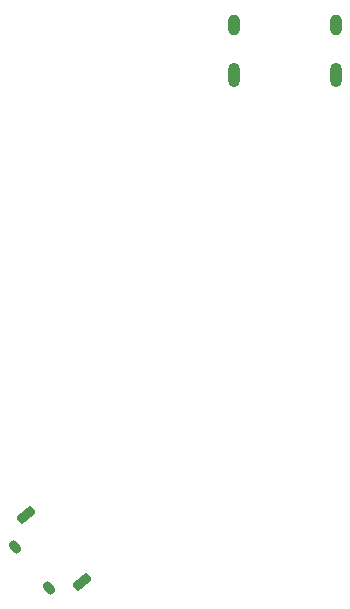
<source format=gbr>
%TF.GenerationSoftware,KiCad,Pcbnew,8.0.1*%
%TF.CreationDate,2024-05-30T22:25:26-04:00*%
%TF.ProjectId,esp32s3,65737033-3273-4332-9e6b-696361645f70,rev?*%
%TF.SameCoordinates,Original*%
%TF.FileFunction,Soldermask,Bot*%
%TF.FilePolarity,Negative*%
%FSLAX46Y46*%
G04 Gerber Fmt 4.6, Leading zero omitted, Abs format (unit mm)*
G04 Created by KiCad (PCBNEW 8.0.1) date 2024-05-30 22:25:26*
%MOMM*%
%LPD*%
G01*
G04 APERTURE LIST*
G04 Aperture macros list*
%AMRoundRect*
0 Rectangle with rounded corners*
0 $1 Rounding radius*
0 $2 $3 $4 $5 $6 $7 $8 $9 X,Y pos of 4 corners*
0 Add a 4 corners polygon primitive as box body*
4,1,4,$2,$3,$4,$5,$6,$7,$8,$9,$2,$3,0*
0 Add four circle primitives for the rounded corners*
1,1,$1+$1,$2,$3*
1,1,$1+$1,$4,$5*
1,1,$1+$1,$6,$7*
1,1,$1+$1,$8,$9*
0 Add four rect primitives between the rounded corners*
20,1,$1+$1,$2,$3,$4,$5,0*
20,1,$1+$1,$4,$5,$6,$7,0*
20,1,$1+$1,$6,$7,$8,$9,0*
20,1,$1+$1,$8,$9,$2,$3,0*%
%AMHorizOval*
0 Thick line with rounded ends*
0 $1 width*
0 $2 $3 position (X,Y) of the first rounded end (center of the circle)*
0 $4 $5 position (X,Y) of the second rounded end (center of the circle)*
0 Add line between two ends*
20,1,$1,$2,$3,$4,$5,0*
0 Add two circle primitives to create the rounded ends*
1,1,$1,$2,$3*
1,1,$1,$4,$5*%
G04 Aperture macros list end*
%ADD10O,1.000000X2.100000*%
%ADD11O,1.000000X1.800000*%
%ADD12RoundRect,0.131234X-0.685064X-0.223988X-0.339545X-0.635761X0.685064X0.223988X0.339545X0.635761X0*%
%ADD13HorizOval,0.800000X0.128558X-0.153209X-0.128558X0.153209X0*%
G04 APERTURE END LIST*
D10*
%TO.C,J1*%
X134345000Y-48490000D03*
D11*
X134345000Y-44290000D03*
D10*
X125705000Y-48490000D03*
D11*
X125705000Y-44290000D03*
%TD*%
D12*
%TO.C,SW1*%
X108068981Y-85781036D03*
X112832038Y-91457424D03*
D13*
X109986117Y-91939540D03*
X107100000Y-88500000D03*
%TD*%
M02*

</source>
